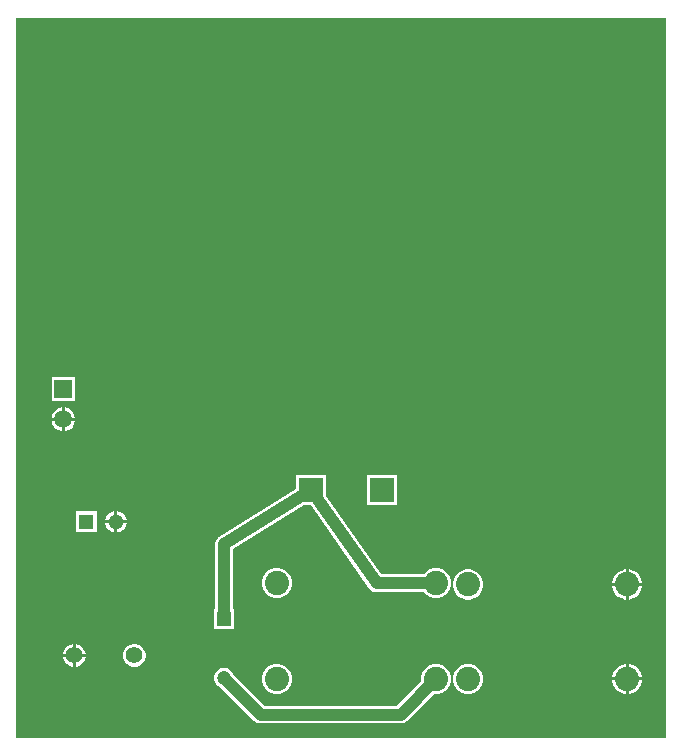
<source format=gbl>
%FSTAX23Y23*%
%MOIN*%
%SFA1B1*%

%IPPOS*%
%ADD16C,0.055000*%
%ADD23C,0.047240*%
%ADD24R,0.047240X0.047240*%
%ADD27C,0.039370*%
%ADD28R,0.051180X0.051180*%
%ADD29C,0.051180*%
%ADD30C,0.080710*%
%ADD31C,0.059060*%
%ADD32R,0.059060X0.059060*%
%ADD33R,0.080000X0.080000*%
%LNreceptor_wpt-1*%
%LPD*%
G36*
X03149Y00984D02*
X00984D01*
Y03385*
X03149*
Y00984*
G37*
%LNreceptor_wpt-2*%
%LPC*%
G36*
X01181Y02186D02*
X01102D01*
Y02107*
X01181*
Y02186*
G37*
G36*
X01146Y02086D02*
X01146D01*
Y02052*
X01181*
Y02052*
X01178Y02062*
X01173Y02071*
X01166Y02078*
X01156Y02084*
X01146Y02086*
G37*
G36*
X01136D02*
X01136D01*
X01126Y02084*
X01117Y02078*
X0111Y02071*
X01104Y02062*
X01102Y02052*
Y02052*
X01136*
Y02086*
G37*
G36*
X01181Y02042D02*
X01146D01*
Y02007*
X01146*
X01156Y0201*
X01166Y02015*
X01173Y02022*
X01178Y02031*
X01181Y02042*
Y02042*
G37*
G36*
X01136D02*
X01102D01*
Y02042*
X01104Y02031*
X0111Y02022*
X01117Y02015*
X01126Y0201*
X01136Y02007*
X01136*
Y02042*
G37*
G36*
X02254Y01861D02*
X02154D01*
Y01761*
X02254*
Y01861*
G37*
G36*
X01321Y0174D02*
Y01709D01*
X01352*
X0135Y01718*
X01345Y01726*
X01338Y01733*
X0133Y01737*
X01321Y0174*
G37*
G36*
X01311D02*
X01303Y01737D01*
X01295Y01733*
X01288Y01726*
X01283Y01718*
X01281Y01709*
X01311*
Y0174*
G37*
G36*
X01352Y01699D02*
X01321D01*
Y01669*
X0133Y01671*
X01338Y01676*
X01345Y01682*
X0135Y0169*
X01352Y01699*
G37*
G36*
X01311D02*
X01281D01*
X01283Y0169*
X01288Y01682*
X01295Y01676*
X01303Y01671*
X01311Y01669*
Y01699*
G37*
G36*
X01254Y0174D02*
X01182D01*
Y01669*
X01254*
Y0174*
G37*
G36*
X03028Y01546D02*
X03026D01*
Y01501*
X03071*
Y01502*
X03068Y01515*
X03061Y01526*
X03052Y01536*
X0304Y01542*
X03028Y01546*
G37*
G36*
X03016D02*
X03014D01*
X03002Y01542*
X0299Y01536*
X02981Y01526*
X02974Y01515*
X02971Y01502*
Y01501*
X03016*
Y01546*
G37*
G36*
X02018Y01861D02*
X01918D01*
Y01815*
X01661Y01655*
X01658Y01653*
X01655Y01651*
X01655Y0165*
X01655Y0165*
X01653Y01647*
X01651Y01644*
X01651Y01644*
X0165Y01644*
X01649Y0164*
X01648Y01637*
X01648Y01637*
X01648Y01636*
X01647Y01633*
X01647Y01629*
Y01415*
X01643*
Y01348*
X0171*
Y01415*
X01707*
Y01613*
X01944Y01761*
X01966*
X0216Y01482*
X02162Y0148*
X02163Y01478*
X02164Y01478*
X02165Y01477*
X02167Y01475*
X0217Y01474*
X02171Y01473*
X02172Y01472*
X02174Y01472*
X02177Y01471*
X02178Y0147*
X02179Y0147*
X02182Y0147*
X02185Y0147*
X02342*
X02343Y01469*
X02352Y01459*
X02364Y01453*
X02377Y01449*
X0239*
X02403Y01453*
X02414Y01459*
X02423Y01469*
X0243Y0148*
X02434Y01493*
Y01506*
X0243Y01519*
X02423Y0153*
X02414Y0154*
X02403Y01546*
X0239Y0155*
X02377*
X02364Y01546*
X02352Y0154*
X02343Y0153*
X02342Y01529*
X022*
X02018Y01791*
Y01861*
G37*
G36*
X01859Y0155D02*
X01845D01*
X01833Y01546*
X01821Y0154*
X01812Y0153*
X01805Y01519*
X01802Y01506*
Y01493*
X01805Y0148*
X01812Y01469*
X01821Y01459*
X01833Y01453*
X01845Y01449*
X01859*
X01871Y01453*
X01883Y01459*
X01892Y01469*
X01899Y0148*
X01902Y01493*
Y01506*
X01899Y01519*
X01892Y0153*
X01883Y0154*
X01871Y01546*
X01859Y0155*
G37*
G36*
X03071Y01491D02*
X03026D01*
Y01445*
X03028*
X0304Y01449*
X03052Y01455*
X03061Y01465*
X03068Y01476*
X03071Y01489*
Y01491*
G37*
G36*
X03016D02*
X02971D01*
Y01489*
X02974Y01476*
X02981Y01465*
X0299Y01455*
X03002Y01449*
X03014Y01445*
X03016*
Y01491*
G37*
G36*
X02496Y01546D02*
X02483D01*
X0247Y01542*
X02459Y01536*
X0245Y01526*
X02443Y01515*
X0244Y01502*
Y01489*
X02443Y01476*
X0245Y01465*
X02459Y01455*
X0247Y01449*
X02483Y01445*
X02496*
X02509Y01449*
X02521Y01455*
X0253Y01465*
X02537Y01476*
X0254Y01489*
Y01502*
X02537Y01515*
X0253Y01526*
X02521Y01536*
X02509Y01542*
X02496Y01546*
G37*
G36*
X01182Y01297D02*
Y01264D01*
X01215*
X01212Y01274*
X01207Y01282*
X012Y01289*
X01192Y01294*
X01182Y01297*
G37*
G36*
X01172D02*
X01163Y01294D01*
X01154Y01289*
X01147Y01282*
X01143Y01274*
X0114Y01264*
X01172*
Y01297*
G37*
G36*
X01215Y01254D02*
X01182D01*
Y01222*
X01192Y01224*
X012Y01229*
X01207Y01236*
X01212Y01245*
X01215Y01254*
G37*
G36*
X01172D02*
X0114D01*
X01143Y01245*
X01147Y01236*
X01154Y01229*
X01163Y01224*
X01172Y01222*
Y01254*
G37*
G36*
X01382Y01297D02*
X01373D01*
X01363Y01294*
X01354Y01289*
X01347Y01282*
X01343Y01274*
X0134Y01264*
Y01254*
X01343Y01245*
X01347Y01236*
X01354Y01229*
X01363Y01224*
X01373Y01222*
X01382*
X01392Y01224*
X014Y01229*
X01407Y01236*
X01412Y01245*
X01415Y01254*
Y01264*
X01412Y01274*
X01407Y01282*
X014Y01289*
X01392Y01294*
X01382Y01297*
G37*
G36*
X03028Y01231D02*
X03026D01*
Y01186*
X03071*
Y01187*
X03068Y012*
X03061Y01212*
X03052Y01221*
X0304Y01228*
X03028Y01231*
G37*
G36*
X03016D02*
X03014D01*
X03002Y01228*
X0299Y01221*
X02981Y01212*
X02974Y012*
X02971Y01187*
Y01186*
X03016*
Y01231*
G37*
G36*
X03071Y01176D02*
X03026D01*
Y0113*
X03028*
X0304Y01134*
X03052Y0114*
X03061Y0115*
X03068Y01161*
X03071Y01174*
Y01176*
G37*
G36*
X03016D02*
X02971D01*
Y01174*
X02974Y01161*
X02981Y0115*
X0299Y0114*
X03002Y01134*
X03014Y0113*
X03016*
Y01176*
G37*
G36*
X02496Y01231D02*
X02483D01*
X0247Y01228*
X02459Y01221*
X0245Y01212*
X02443Y012*
X0244Y01187*
Y01174*
X02443Y01161*
X0245Y0115*
X02459Y0114*
X0247Y01134*
X02483Y0113*
X02496*
X02509Y01134*
X02521Y0114*
X0253Y0115*
X02537Y01161*
X0254Y01174*
Y01187*
X02537Y012*
X0253Y01212*
X02521Y01221*
X02509Y01228*
X02496Y01231*
G37*
G36*
X01859D02*
X01845D01*
X01833Y01228*
X01821Y01221*
X01812Y01212*
X01805Y012*
X01802Y01187*
Y01174*
X01805Y01161*
X01812Y0115*
X01821Y0114*
X01833Y01134*
X01845Y0113*
X01859*
X01871Y01134*
X01883Y0114*
X01892Y0115*
X01899Y01161*
X01902Y01174*
Y01187*
X01899Y012*
X01892Y01212*
X01883Y01221*
X01871Y01228*
X01859Y01231*
G37*
G36*
X0239D02*
X02377D01*
X02364Y01228*
X02352Y01221*
X02343Y01212*
X02336Y012*
X02333Y01187*
Y01174*
X02333Y01173*
X02253Y01092*
X01811*
X01709Y01195*
X01708Y01198*
X01704Y01205*
X01697Y01211*
X0169Y01216*
X01681Y01218*
X01672*
X01664Y01216*
X01656Y01211*
X0165Y01205*
X01645Y01198*
X01643Y01189*
Y0118*
X01645Y01172*
X0165Y01164*
X01656Y01158*
X01664Y01153*
X01666Y01152*
X01778Y01041*
X01784Y01037*
X01787Y01035*
X01791Y01034*
X01799Y01033*
X02265*
X02273Y01034*
X02275Y01034*
X0228Y01037*
X02286Y01041*
X02375Y01131*
X02377Y0113*
X0239*
X02403Y01134*
X02414Y0114*
X02423Y0115*
X0243Y01161*
X02434Y01174*
Y01187*
X0243Y012*
X02423Y01212*
X02414Y01221*
X02403Y01228*
X0239Y01231*
G37*
%LNreceptor_wpt-3*%
%LPD*%
G54D16*
X01177Y01259D03*
X01377D03*
G54D23*
X01677Y01185D03*
G54D24*
X01677Y01381D03*
G54D27*
X01799Y01062D02*
X02265D01*
X01677Y01185D02*
X01799Y01062D01*
X02265D02*
X02383Y01181D01*
X01968Y01811D02*
X02185Y015D01*
X02383*
X01677Y01381D02*
Y01629D01*
X01968Y01811*
G54D28*
X01218Y01704D03*
G54D29*
X01316Y01704D03*
G54D30*
X03021Y01496D03*
Y01181D03*
X02383Y015D03*
X01852D03*
X02383Y01181D03*
X01852D03*
X0249Y01496D03*
Y01181D03*
G54D31*
X01141Y02047D03*
G54D32*
X01141Y02147D03*
G54D33*
X02204Y01811D03*
X01968D03*
M02*
</source>
